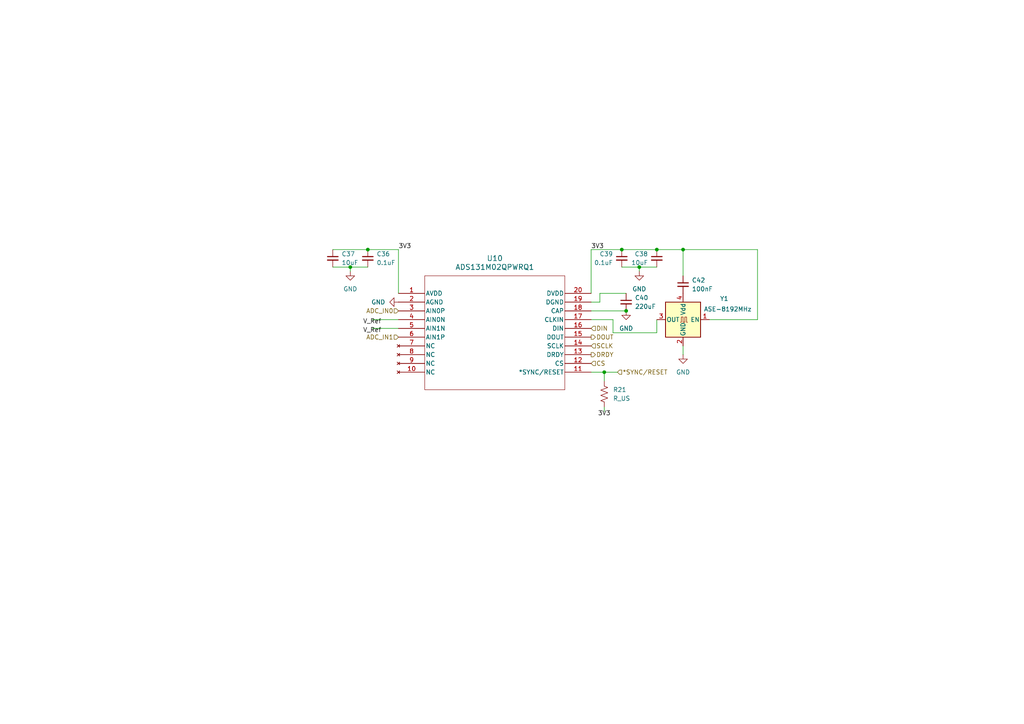
<source format=kicad_sch>
(kicad_sch
	(version 20250114)
	(generator "eeschema")
	(generator_version "9.0")
	(uuid "3fe88011-fee5-4827-a2b0-840206a5963a")
	(paper "A4")
	(lib_symbols
		(symbol "ADS131M02:ADS131M02QPWRQ1"
			(pin_names
				(offset 0.254)
			)
			(exclude_from_sim no)
			(in_bom yes)
			(on_board yes)
			(property "Reference" "U"
				(at 27.94 10.16 0)
				(effects
					(font
						(size 1.524 1.524)
					)
				)
			)
			(property "Value" "ADS131M02QPWRQ1"
				(at 27.94 7.62 0)
				(effects
					(font
						(size 1.524 1.524)
					)
				)
			)
			(property "Footprint" "TSSOP20_PW_TEX"
				(at 0 0 0)
				(effects
					(font
						(size 1.27 1.27)
						(italic yes)
					)
					(hide yes)
				)
			)
			(property "Datasheet" "https://www.ti.com/lit/gpn/ads131m02-q1"
				(at 0 0 0)
				(effects
					(font
						(size 1.27 1.27)
						(italic yes)
					)
					(hide yes)
				)
			)
			(property "Description" ""
				(at 0 0 0)
				(effects
					(font
						(size 1.27 1.27)
					)
					(hide yes)
				)
			)
			(property "ki_locked" ""
				(at 0 0 0)
				(effects
					(font
						(size 1.27 1.27)
					)
				)
			)
			(property "ki_keywords" "ADS131M02QPWRQ1"
				(at 0 0 0)
				(effects
					(font
						(size 1.27 1.27)
					)
					(hide yes)
				)
			)
			(property "ki_fp_filters" "TSSOP20_PW_TEX TSSOP20_PW_TEX-M TSSOP20_PW_TEX-L"
				(at 0 0 0)
				(effects
					(font
						(size 1.27 1.27)
					)
					(hide yes)
				)
			)
			(symbol "ADS131M02QPWRQ1_0_1"
				(polyline
					(pts
						(xy 7.62 5.08) (xy 7.62 -27.94)
					)
					(stroke
						(width 0.127)
						(type default)
					)
					(fill
						(type none)
					)
				)
				(polyline
					(pts
						(xy 7.62 -27.94) (xy 48.26 -27.94)
					)
					(stroke
						(width 0.127)
						(type default)
					)
					(fill
						(type none)
					)
				)
				(polyline
					(pts
						(xy 48.26 5.08) (xy 7.62 5.08)
					)
					(stroke
						(width 0.127)
						(type default)
					)
					(fill
						(type none)
					)
				)
				(polyline
					(pts
						(xy 48.26 -27.94) (xy 48.26 5.08)
					)
					(stroke
						(width 0.127)
						(type default)
					)
					(fill
						(type none)
					)
				)
				(pin power_in line
					(at 0 0 0)
					(length 7.62)
					(name "AVDD"
						(effects
							(font
								(size 1.27 1.27)
							)
						)
					)
					(number "1"
						(effects
							(font
								(size 1.27 1.27)
							)
						)
					)
				)
				(pin power_out line
					(at 0 -2.54 0)
					(length 7.62)
					(name "AGND"
						(effects
							(font
								(size 1.27 1.27)
							)
						)
					)
					(number "2"
						(effects
							(font
								(size 1.27 1.27)
							)
						)
					)
				)
				(pin input line
					(at 0 -5.08 0)
					(length 7.62)
					(name "AIN0P"
						(effects
							(font
								(size 1.27 1.27)
							)
						)
					)
					(number "3"
						(effects
							(font
								(size 1.27 1.27)
							)
						)
					)
				)
				(pin input line
					(at 0 -7.62 0)
					(length 7.62)
					(name "AIN0N"
						(effects
							(font
								(size 1.27 1.27)
							)
						)
					)
					(number "4"
						(effects
							(font
								(size 1.27 1.27)
							)
						)
					)
				)
				(pin input line
					(at 0 -10.16 0)
					(length 7.62)
					(name "AIN1N"
						(effects
							(font
								(size 1.27 1.27)
							)
						)
					)
					(number "5"
						(effects
							(font
								(size 1.27 1.27)
							)
						)
					)
				)
				(pin input line
					(at 0 -12.7 0)
					(length 7.62)
					(name "AIN1P"
						(effects
							(font
								(size 1.27 1.27)
							)
						)
					)
					(number "6"
						(effects
							(font
								(size 1.27 1.27)
							)
						)
					)
				)
				(pin no_connect line
					(at 0 -15.24 0)
					(length 7.62)
					(name "NC"
						(effects
							(font
								(size 1.27 1.27)
							)
						)
					)
					(number "7"
						(effects
							(font
								(size 1.27 1.27)
							)
						)
					)
				)
				(pin no_connect line
					(at 0 -17.78 0)
					(length 7.62)
					(name "NC"
						(effects
							(font
								(size 1.27 1.27)
							)
						)
					)
					(number "8"
						(effects
							(font
								(size 1.27 1.27)
							)
						)
					)
				)
				(pin no_connect line
					(at 0 -20.32 0)
					(length 7.62)
					(name "NC"
						(effects
							(font
								(size 1.27 1.27)
							)
						)
					)
					(number "9"
						(effects
							(font
								(size 1.27 1.27)
							)
						)
					)
				)
				(pin no_connect line
					(at 0 -22.86 0)
					(length 7.62)
					(name "NC"
						(effects
							(font
								(size 1.27 1.27)
							)
						)
					)
					(number "10"
						(effects
							(font
								(size 1.27 1.27)
							)
						)
					)
				)
				(pin bidirectional line
					(at 55.88 0 180)
					(length 7.62)
					(name "DVDD"
						(effects
							(font
								(size 1.27 1.27)
							)
						)
					)
					(number "20"
						(effects
							(font
								(size 1.27 1.27)
							)
						)
					)
				)
				(pin power_out line
					(at 55.88 -2.54 180)
					(length 7.62)
					(name "DGND"
						(effects
							(font
								(size 1.27 1.27)
							)
						)
					)
					(number "19"
						(effects
							(font
								(size 1.27 1.27)
							)
						)
					)
				)
				(pin output line
					(at 55.88 -5.08 180)
					(length 7.62)
					(name "CAP"
						(effects
							(font
								(size 1.27 1.27)
							)
						)
					)
					(number "18"
						(effects
							(font
								(size 1.27 1.27)
							)
						)
					)
				)
				(pin input line
					(at 55.88 -7.62 180)
					(length 7.62)
					(name "CLKIN"
						(effects
							(font
								(size 1.27 1.27)
							)
						)
					)
					(number "17"
						(effects
							(font
								(size 1.27 1.27)
							)
						)
					)
				)
				(pin input line
					(at 55.88 -10.16 180)
					(length 7.62)
					(name "DIN"
						(effects
							(font
								(size 1.27 1.27)
							)
						)
					)
					(number "16"
						(effects
							(font
								(size 1.27 1.27)
							)
						)
					)
				)
				(pin output line
					(at 55.88 -12.7 180)
					(length 7.62)
					(name "DOUT"
						(effects
							(font
								(size 1.27 1.27)
							)
						)
					)
					(number "15"
						(effects
							(font
								(size 1.27 1.27)
							)
						)
					)
				)
				(pin input line
					(at 55.88 -15.24 180)
					(length 7.62)
					(name "SCLK"
						(effects
							(font
								(size 1.27 1.27)
							)
						)
					)
					(number "14"
						(effects
							(font
								(size 1.27 1.27)
							)
						)
					)
				)
				(pin output line
					(at 55.88 -17.78 180)
					(length 7.62)
					(name "DRDY"
						(effects
							(font
								(size 1.27 1.27)
							)
						)
					)
					(number "13"
						(effects
							(font
								(size 1.27 1.27)
							)
						)
					)
				)
				(pin input line
					(at 55.88 -20.32 180)
					(length 7.62)
					(name "CS"
						(effects
							(font
								(size 1.27 1.27)
							)
						)
					)
					(number "12"
						(effects
							(font
								(size 1.27 1.27)
							)
						)
					)
				)
				(pin input line
					(at 55.88 -22.86 180)
					(length 7.62)
					(name "*SYNC/RESET"
						(effects
							(font
								(size 1.27 1.27)
							)
						)
					)
					(number "11"
						(effects
							(font
								(size 1.27 1.27)
							)
						)
					)
				)
			)
			(embedded_fonts no)
		)
		(symbol "Device:C_Small"
			(pin_numbers
				(hide yes)
			)
			(pin_names
				(offset 0.254)
				(hide yes)
			)
			(exclude_from_sim no)
			(in_bom yes)
			(on_board yes)
			(property "Reference" "C"
				(at 0.254 1.778 0)
				(effects
					(font
						(size 1.27 1.27)
					)
					(justify left)
				)
			)
			(property "Value" "C_Small"
				(at 0.254 -2.032 0)
				(effects
					(font
						(size 1.27 1.27)
					)
					(justify left)
				)
			)
			(property "Footprint" ""
				(at 0 0 0)
				(effects
					(font
						(size 1.27 1.27)
					)
					(hide yes)
				)
			)
			(property "Datasheet" "~"
				(at 0 0 0)
				(effects
					(font
						(size 1.27 1.27)
					)
					(hide yes)
				)
			)
			(property "Description" "Unpolarized capacitor, small symbol"
				(at 0 0 0)
				(effects
					(font
						(size 1.27 1.27)
					)
					(hide yes)
				)
			)
			(property "ki_keywords" "capacitor cap"
				(at 0 0 0)
				(effects
					(font
						(size 1.27 1.27)
					)
					(hide yes)
				)
			)
			(property "ki_fp_filters" "C_*"
				(at 0 0 0)
				(effects
					(font
						(size 1.27 1.27)
					)
					(hide yes)
				)
			)
			(symbol "C_Small_0_1"
				(polyline
					(pts
						(xy -1.524 0.508) (xy 1.524 0.508)
					)
					(stroke
						(width 0.3048)
						(type default)
					)
					(fill
						(type none)
					)
				)
				(polyline
					(pts
						(xy -1.524 -0.508) (xy 1.524 -0.508)
					)
					(stroke
						(width 0.3302)
						(type default)
					)
					(fill
						(type none)
					)
				)
			)
			(symbol "C_Small_1_1"
				(pin passive line
					(at 0 2.54 270)
					(length 2.032)
					(name "~"
						(effects
							(font
								(size 1.27 1.27)
							)
						)
					)
					(number "1"
						(effects
							(font
								(size 1.27 1.27)
							)
						)
					)
				)
				(pin passive line
					(at 0 -2.54 90)
					(length 2.032)
					(name "~"
						(effects
							(font
								(size 1.27 1.27)
							)
						)
					)
					(number "2"
						(effects
							(font
								(size 1.27 1.27)
							)
						)
					)
				)
			)
			(embedded_fonts no)
		)
		(symbol "Device:R_US"
			(pin_numbers
				(hide yes)
			)
			(pin_names
				(offset 0)
			)
			(exclude_from_sim no)
			(in_bom yes)
			(on_board yes)
			(property "Reference" "R"
				(at 2.54 0 90)
				(effects
					(font
						(size 1.27 1.27)
					)
				)
			)
			(property "Value" "R_US"
				(at -2.54 0 90)
				(effects
					(font
						(size 1.27 1.27)
					)
				)
			)
			(property "Footprint" ""
				(at 1.016 -0.254 90)
				(effects
					(font
						(size 1.27 1.27)
					)
					(hide yes)
				)
			)
			(property "Datasheet" "~"
				(at 0 0 0)
				(effects
					(font
						(size 1.27 1.27)
					)
					(hide yes)
				)
			)
			(property "Description" "Resistor, US symbol"
				(at 0 0 0)
				(effects
					(font
						(size 1.27 1.27)
					)
					(hide yes)
				)
			)
			(property "ki_keywords" "R res resistor"
				(at 0 0 0)
				(effects
					(font
						(size 1.27 1.27)
					)
					(hide yes)
				)
			)
			(property "ki_fp_filters" "R_*"
				(at 0 0 0)
				(effects
					(font
						(size 1.27 1.27)
					)
					(hide yes)
				)
			)
			(symbol "R_US_0_1"
				(polyline
					(pts
						(xy 0 2.286) (xy 0 2.54)
					)
					(stroke
						(width 0)
						(type default)
					)
					(fill
						(type none)
					)
				)
				(polyline
					(pts
						(xy 0 2.286) (xy 1.016 1.905) (xy 0 1.524) (xy -1.016 1.143) (xy 0 0.762)
					)
					(stroke
						(width 0)
						(type default)
					)
					(fill
						(type none)
					)
				)
				(polyline
					(pts
						(xy 0 0.762) (xy 1.016 0.381) (xy 0 0) (xy -1.016 -0.381) (xy 0 -0.762)
					)
					(stroke
						(width 0)
						(type default)
					)
					(fill
						(type none)
					)
				)
				(polyline
					(pts
						(xy 0 -0.762) (xy 1.016 -1.143) (xy 0 -1.524) (xy -1.016 -1.905) (xy 0 -2.286)
					)
					(stroke
						(width 0)
						(type default)
					)
					(fill
						(type none)
					)
				)
				(polyline
					(pts
						(xy 0 -2.286) (xy 0 -2.54)
					)
					(stroke
						(width 0)
						(type default)
					)
					(fill
						(type none)
					)
				)
			)
			(symbol "R_US_1_1"
				(pin passive line
					(at 0 3.81 270)
					(length 1.27)
					(name "~"
						(effects
							(font
								(size 1.27 1.27)
							)
						)
					)
					(number "1"
						(effects
							(font
								(size 1.27 1.27)
							)
						)
					)
				)
				(pin passive line
					(at 0 -3.81 90)
					(length 1.27)
					(name "~"
						(effects
							(font
								(size 1.27 1.27)
							)
						)
					)
					(number "2"
						(effects
							(font
								(size 1.27 1.27)
							)
						)
					)
				)
			)
			(embedded_fonts no)
		)
		(symbol "Oscillator:ASE-xxxMHz"
			(pin_names
				(offset 0.254)
			)
			(exclude_from_sim no)
			(in_bom yes)
			(on_board yes)
			(property "Reference" "Y"
				(at -5.08 6.35 0)
				(effects
					(font
						(size 1.27 1.27)
					)
					(justify left)
				)
			)
			(property "Value" "ASE-xxxMHz"
				(at 1.27 -6.35 0)
				(effects
					(font
						(size 1.27 1.27)
					)
					(justify left)
				)
			)
			(property "Footprint" "Oscillator:Oscillator_SMD_Abracon_ASE-4Pin_3.2x2.5mm"
				(at 17.78 -8.89 0)
				(effects
					(font
						(size 1.27 1.27)
					)
					(hide yes)
				)
			)
			(property "Datasheet" "http://www.abracon.com/Oscillators/ASV.pdf"
				(at -2.54 0 0)
				(effects
					(font
						(size 1.27 1.27)
					)
					(hide yes)
				)
			)
			(property "Description" "3.3V CMOS SMD Crystal Clock Oscillator, Abracon"
				(at 0 0 0)
				(effects
					(font
						(size 1.27 1.27)
					)
					(hide yes)
				)
			)
			(property "ki_keywords" "3.3V CMOS SMD Crystal Clock Oscillator"
				(at 0 0 0)
				(effects
					(font
						(size 1.27 1.27)
					)
					(hide yes)
				)
			)
			(property "ki_fp_filters" "Oscillator*SMD*Abracon*ASE*3.2x2.5mm*"
				(at 0 0 0)
				(effects
					(font
						(size 1.27 1.27)
					)
					(hide yes)
				)
			)
			(symbol "ASE-xxxMHz_0_1"
				(rectangle
					(start -5.08 5.08)
					(end 5.08 -5.08)
					(stroke
						(width 0.254)
						(type default)
					)
					(fill
						(type background)
					)
				)
				(polyline
					(pts
						(xy -1.27 -0.762) (xy -1.016 -0.762) (xy -1.016 0.762) (xy -0.508 0.762) (xy -0.508 -0.762) (xy 0 -0.762)
						(xy 0 0.762) (xy 0.508 0.762) (xy 0.508 -0.762) (xy 0.762 -0.762)
					)
					(stroke
						(width 0)
						(type default)
					)
					(fill
						(type none)
					)
				)
			)
			(symbol "ASE-xxxMHz_1_1"
				(pin input line
					(at -7.62 0 0)
					(length 2.54)
					(name "EN"
						(effects
							(font
								(size 1.27 1.27)
							)
						)
					)
					(number "1"
						(effects
							(font
								(size 1.27 1.27)
							)
						)
					)
				)
				(pin power_in line
					(at 0 7.62 270)
					(length 2.54)
					(name "Vdd"
						(effects
							(font
								(size 1.27 1.27)
							)
						)
					)
					(number "4"
						(effects
							(font
								(size 1.27 1.27)
							)
						)
					)
				)
				(pin power_in line
					(at 0 -7.62 90)
					(length 2.54)
					(name "GND"
						(effects
							(font
								(size 1.27 1.27)
							)
						)
					)
					(number "2"
						(effects
							(font
								(size 1.27 1.27)
							)
						)
					)
				)
				(pin output line
					(at 7.62 0 180)
					(length 2.54)
					(name "OUT"
						(effects
							(font
								(size 1.27 1.27)
							)
						)
					)
					(number "3"
						(effects
							(font
								(size 1.27 1.27)
							)
						)
					)
				)
			)
			(embedded_fonts no)
		)
		(symbol "power:GND"
			(power)
			(pin_numbers
				(hide yes)
			)
			(pin_names
				(offset 0)
				(hide yes)
			)
			(exclude_from_sim no)
			(in_bom yes)
			(on_board yes)
			(property "Reference" "#PWR"
				(at 0 -6.35 0)
				(effects
					(font
						(size 1.27 1.27)
					)
					(hide yes)
				)
			)
			(property "Value" "GND"
				(at 0 -3.81 0)
				(effects
					(font
						(size 1.27 1.27)
					)
				)
			)
			(property "Footprint" ""
				(at 0 0 0)
				(effects
					(font
						(size 1.27 1.27)
					)
					(hide yes)
				)
			)
			(property "Datasheet" ""
				(at 0 0 0)
				(effects
					(font
						(size 1.27 1.27)
					)
					(hide yes)
				)
			)
			(property "Description" "Power symbol creates a global label with name \"GND\" , ground"
				(at 0 0 0)
				(effects
					(font
						(size 1.27 1.27)
					)
					(hide yes)
				)
			)
			(property "ki_keywords" "global power"
				(at 0 0 0)
				(effects
					(font
						(size 1.27 1.27)
					)
					(hide yes)
				)
			)
			(symbol "GND_0_1"
				(polyline
					(pts
						(xy 0 0) (xy 0 -1.27) (xy 1.27 -1.27) (xy 0 -2.54) (xy -1.27 -1.27) (xy 0 -1.27)
					)
					(stroke
						(width 0)
						(type default)
					)
					(fill
						(type none)
					)
				)
			)
			(symbol "GND_1_1"
				(pin power_in line
					(at 0 0 270)
					(length 0)
					(name "~"
						(effects
							(font
								(size 1.27 1.27)
							)
						)
					)
					(number "1"
						(effects
							(font
								(size 1.27 1.27)
							)
						)
					)
				)
			)
			(embedded_fonts no)
		)
	)
	(junction
		(at 185.42 77.47)
		(diameter 0)
		(color 0 0 0 0)
		(uuid "12d785b2-5408-4d91-885c-9dc6d8ccf4f8")
	)
	(junction
		(at 175.26 107.95)
		(diameter 0)
		(color 0 0 0 0)
		(uuid "49382a89-0f9d-4450-b915-7ac76cce2b5f")
	)
	(junction
		(at 106.68 72.39)
		(diameter 0)
		(color 0 0 0 0)
		(uuid "56d91f29-0a52-49e1-8253-08580e9afb62")
	)
	(junction
		(at 101.6 77.47)
		(diameter 0)
		(color 0 0 0 0)
		(uuid "5dbdd957-6798-4a2d-beb6-d6e588d6f92c")
	)
	(junction
		(at 198.12 72.39)
		(diameter 0)
		(color 0 0 0 0)
		(uuid "afc87130-5356-4bd2-97e9-517cddc9b4e1")
	)
	(junction
		(at 180.34 72.39)
		(diameter 0)
		(color 0 0 0 0)
		(uuid "c244e4d9-3fe7-49af-8c04-2722056fdd6d")
	)
	(junction
		(at 190.5 72.39)
		(diameter 0)
		(color 0 0 0 0)
		(uuid "f1d9bdb4-1799-47ab-a8d8-931a01802b96")
	)
	(junction
		(at 181.61 90.17)
		(diameter 0)
		(color 0 0 0 0)
		(uuid "f7308791-6651-4cf8-82f4-5cd5d7756e01")
	)
	(wire
		(pts
			(xy 107.95 92.71) (xy 115.57 92.71)
		)
		(stroke
			(width 0)
			(type default)
		)
		(uuid "02d80675-d89c-4843-b233-b9b74781f1b8")
	)
	(wire
		(pts
			(xy 115.57 72.39) (xy 115.57 85.09)
		)
		(stroke
			(width 0)
			(type default)
		)
		(uuid "06d95aba-f819-419f-8e96-c05d7efcaf4e")
	)
	(wire
		(pts
			(xy 190.5 96.52) (xy 177.8 96.52)
		)
		(stroke
			(width 0)
			(type default)
		)
		(uuid "097fadec-02ad-40a1-8a11-ee5e4e904ce7")
	)
	(wire
		(pts
			(xy 175.26 107.95) (xy 171.45 107.95)
		)
		(stroke
			(width 0)
			(type default)
		)
		(uuid "09e5bd8c-e091-4651-b4fa-527bb7136605")
	)
	(wire
		(pts
			(xy 175.26 119.38) (xy 175.26 118.11)
		)
		(stroke
			(width 0)
			(type default)
		)
		(uuid "0c1ecfe9-7ac9-4330-8c67-d7a575485172")
	)
	(wire
		(pts
			(xy 190.5 77.47) (xy 185.42 77.47)
		)
		(stroke
			(width 0)
			(type default)
		)
		(uuid "0c9c85f3-37ec-4af8-86ba-288394369de5")
	)
	(wire
		(pts
			(xy 198.12 72.39) (xy 219.71 72.39)
		)
		(stroke
			(width 0)
			(type default)
		)
		(uuid "124c4d07-676c-4ce5-beae-94146bf9df01")
	)
	(wire
		(pts
			(xy 171.45 87.63) (xy 173.99 87.63)
		)
		(stroke
			(width 0)
			(type default)
		)
		(uuid "1d223ad5-c81d-40d6-960f-78c8beaa64ba")
	)
	(wire
		(pts
			(xy 101.6 77.47) (xy 101.6 78.74)
		)
		(stroke
			(width 0)
			(type default)
		)
		(uuid "1f34539e-4f9f-4874-ad47-fe14c02dc0e9")
	)
	(wire
		(pts
			(xy 198.12 80.01) (xy 198.12 72.39)
		)
		(stroke
			(width 0)
			(type default)
		)
		(uuid "289c43f7-07b5-46e9-985a-f7462a68298b")
	)
	(wire
		(pts
			(xy 171.45 90.17) (xy 181.61 90.17)
		)
		(stroke
			(width 0)
			(type default)
		)
		(uuid "2c285445-9a41-49aa-a921-c9748c60e9dd")
	)
	(wire
		(pts
			(xy 185.42 77.47) (xy 185.42 78.74)
		)
		(stroke
			(width 0)
			(type default)
		)
		(uuid "319289ae-fee4-4276-a914-f25e102237e9")
	)
	(wire
		(pts
			(xy 190.5 92.71) (xy 190.5 96.52)
		)
		(stroke
			(width 0)
			(type default)
		)
		(uuid "351e0f1d-3e4a-43cf-82c3-568ece2b24e9")
	)
	(wire
		(pts
			(xy 190.5 72.39) (xy 180.34 72.39)
		)
		(stroke
			(width 0)
			(type default)
		)
		(uuid "40e4b767-24b7-409c-853a-a95442557063")
	)
	(wire
		(pts
			(xy 106.68 72.39) (xy 115.57 72.39)
		)
		(stroke
			(width 0)
			(type default)
		)
		(uuid "5a3f9c17-d1b0-4a85-8164-acc05564682d")
	)
	(wire
		(pts
			(xy 185.42 77.47) (xy 180.34 77.47)
		)
		(stroke
			(width 0)
			(type default)
		)
		(uuid "5b07f52f-2767-4b9a-a4fc-5a4929062789")
	)
	(wire
		(pts
			(xy 179.07 107.95) (xy 175.26 107.95)
		)
		(stroke
			(width 0)
			(type default)
		)
		(uuid "5c121d5f-78e5-451d-86b4-9fe41ea804bc")
	)
	(wire
		(pts
			(xy 219.71 92.71) (xy 219.71 72.39)
		)
		(stroke
			(width 0)
			(type default)
		)
		(uuid "774c67ae-ec32-49c1-a70f-40afe10ce7f9")
	)
	(wire
		(pts
			(xy 171.45 92.71) (xy 177.8 92.71)
		)
		(stroke
			(width 0)
			(type default)
		)
		(uuid "7e628b41-4c8d-489c-afe6-39d772d837fa")
	)
	(wire
		(pts
			(xy 177.8 96.52) (xy 177.8 92.71)
		)
		(stroke
			(width 0)
			(type default)
		)
		(uuid "90cc244b-4d9f-4c64-84d9-9162bc5dddae")
	)
	(wire
		(pts
			(xy 96.52 72.39) (xy 106.68 72.39)
		)
		(stroke
			(width 0)
			(type default)
		)
		(uuid "9522b076-f52e-4243-adde-7c73a2d96af3")
	)
	(wire
		(pts
			(xy 101.6 77.47) (xy 106.68 77.47)
		)
		(stroke
			(width 0)
			(type default)
		)
		(uuid "a03ba06e-e592-48ee-845b-80d93ef1874d")
	)
	(wire
		(pts
			(xy 175.26 107.95) (xy 175.26 110.49)
		)
		(stroke
			(width 0)
			(type default)
		)
		(uuid "a6afb503-87df-4de8-aa96-7a9964f729d6")
	)
	(wire
		(pts
			(xy 173.99 85.09) (xy 181.61 85.09)
		)
		(stroke
			(width 0)
			(type default)
		)
		(uuid "a8065f5f-acfe-4063-9642-568e13d816b3")
	)
	(wire
		(pts
			(xy 180.34 72.39) (xy 171.45 72.39)
		)
		(stroke
			(width 0)
			(type default)
		)
		(uuid "ad7db67d-cf2c-4119-aaa3-4c1f0fd45a74")
	)
	(wire
		(pts
			(xy 96.52 77.47) (xy 101.6 77.47)
		)
		(stroke
			(width 0)
			(type default)
		)
		(uuid "af43fb62-2c37-49bd-a387-93571e483242")
	)
	(wire
		(pts
			(xy 190.5 72.39) (xy 198.12 72.39)
		)
		(stroke
			(width 0)
			(type default)
		)
		(uuid "b9a2c20c-246c-44a7-9bc9-694e6990a8b1")
	)
	(wire
		(pts
			(xy 171.45 72.39) (xy 171.45 85.09)
		)
		(stroke
			(width 0)
			(type default)
		)
		(uuid "c675e0c2-2684-4c41-9f3d-ac6f9655e835")
	)
	(wire
		(pts
			(xy 107.95 95.25) (xy 115.57 95.25)
		)
		(stroke
			(width 0)
			(type default)
		)
		(uuid "d5b1288c-4499-4d8c-b72b-5d464a3ffc24")
	)
	(wire
		(pts
			(xy 198.12 100.33) (xy 198.12 102.87)
		)
		(stroke
			(width 0)
			(type default)
		)
		(uuid "f47b933a-6e64-4bd5-bbe6-38e23afb8597")
	)
	(wire
		(pts
			(xy 173.99 87.63) (xy 173.99 85.09)
		)
		(stroke
			(width 0)
			(type default)
		)
		(uuid "f5e56fa9-3e06-4842-9765-d4490ffe6865")
	)
	(wire
		(pts
			(xy 205.74 92.71) (xy 219.71 92.71)
		)
		(stroke
			(width 0)
			(type default)
		)
		(uuid "f7160e52-6d49-4252-92b1-e15177577a23")
	)
	(label "3V3"
		(at 175.26 119.38 0)
		(effects
			(font
				(size 1.27 1.27)
			)
			(justify top)
		)
		(uuid "3246e419-8f10-493b-963c-2950d07ac998")
	)
	(label "3V3"
		(at 171.45 72.39 0)
		(effects
			(font
				(size 1.27 1.27)
			)
			(justify left bottom)
		)
		(uuid "8c73c588-ec5b-4427-849b-bd50930de6cc")
	)
	(label "V_Ref"
		(at 107.95 95.25 0)
		(effects
			(font
				(size 1.27 1.27)
			)
			(justify top)
		)
		(uuid "967fbdbd-a7c6-42bd-829b-5b5e3937b74a")
	)
	(label "3V3"
		(at 115.57 72.39 0)
		(effects
			(font
				(size 1.27 1.27)
			)
			(justify left bottom)
		)
		(uuid "9a0c998c-c175-4724-8387-65cd55ffc1e0")
	)
	(label "V_Ref"
		(at 107.95 92.71 0)
		(effects
			(font
				(size 1.27 1.27)
			)
			(justify top)
		)
		(uuid "bb8ff7dd-0c04-4cfd-9e74-5e82cc4e4c5e")
	)
	(hierarchical_label "DIN"
		(shape input)
		(at 171.45 95.25 0)
		(effects
			(font
				(size 1.27 1.27)
			)
			(justify left)
		)
		(uuid "0a50769b-54f7-47c8-8317-f7b3d2dda412")
	)
	(hierarchical_label "CS"
		(shape input)
		(at 171.45 105.41 0)
		(effects
			(font
				(size 1.27 1.27)
			)
			(justify left)
		)
		(uuid "2b1054ba-3eb8-45fe-841a-ec6cf801729d")
	)
	(hierarchical_label "SCLK"
		(shape input)
		(at 171.45 100.33 0)
		(effects
			(font
				(size 1.27 1.27)
			)
			(justify left)
		)
		(uuid "36b3f8a8-52cf-4e92-8e6d-0eb7f7bda135")
	)
	(hierarchical_label "DOUT"
		(shape output)
		(at 171.45 97.79 0)
		(effects
			(font
				(size 1.27 1.27)
			)
			(justify left)
		)
		(uuid "61668964-8f39-4fbf-8190-ded0e9b264eb")
	)
	(hierarchical_label "DRDY"
		(shape output)
		(at 171.45 102.87 0)
		(effects
			(font
				(size 1.27 1.27)
			)
			(justify left)
		)
		(uuid "88cf6479-2ed3-4654-8b24-69451be20436")
	)
	(hierarchical_label "ADC_IN0"
		(shape input)
		(at 115.57 90.17 180)
		(effects
			(font
				(size 1.27 1.27)
			)
			(justify right)
		)
		(uuid "a3be8e32-1fe3-4c3f-a6a1-a7c70b47602d")
	)
	(hierarchical_label "*SYNC{slash}RESET"
		(shape input)
		(at 179.07 107.95 0)
		(effects
			(font
				(size 1.27 1.27)
			)
			(justify left)
		)
		(uuid "b511ebee-74e4-49b5-9ffc-a87446dc6c87")
	)
	(hierarchical_label "ADC_IN1"
		(shape input)
		(at 115.57 97.79 180)
		(effects
			(font
				(size 1.27 1.27)
			)
			(justify right)
		)
		(uuid "f80ae360-9119-4231-a241-1abd022c469e")
	)
	(symbol
		(lib_id "Oscillator:ASE-xxxMHz")
		(at 198.12 92.71 0)
		(mirror y)
		(unit 1)
		(exclude_from_sim no)
		(in_bom yes)
		(on_board yes)
		(dnp no)
		(uuid "21bb3bea-f870-47ab-889c-98a68a1d1a39")
		(property "Reference" "Y1"
			(at 210.058 86.614 0)
			(effects
				(font
					(size 1.27 1.27)
				)
			)
		)
		(property "Value" "ASE-8192MHz"
			(at 211.074 89.662 0)
			(effects
				(font
					(size 1.27 1.27)
				)
			)
		)
		(property "Footprint" "Oscillator:Oscillator_SMD_Abracon_ASE-4Pin_3.2x2.5mm"
			(at 180.34 101.6 0)
			(effects
				(font
					(size 1.27 1.27)
				)
				(hide yes)
			)
		)
		(property "Datasheet" "http://www.abracon.com/Oscillators/ASV.pdf"
			(at 200.66 92.71 0)
			(effects
				(font
					(size 1.27 1.27)
				)
				(hide yes)
			)
		)
		(property "Description" "3.3V CMOS SMD Crystal Clock Oscillator, Abracon"
			(at 198.12 92.71 0)
			(effects
				(font
					(size 1.27 1.27)
				)
				(hide yes)
			)
		)
		(pin "4"
			(uuid "c58ee965-4709-4510-a9f7-d3d84b1bde8f")
		)
		(pin "2"
			(uuid "c05b8c44-4678-45b8-b019-0415434a86e5")
		)
		(pin "1"
			(uuid "9c5aaad8-20d2-4999-ac00-f0967ac08f81")
		)
		(pin "3"
			(uuid "c84c7ab3-55b8-4f96-8061-ea5e4af42a49")
		)
		(instances
			(project ""
				(path "/579d630a-a692-42b0-a835-d94d6bbce88d/9f4e6478-efb2-42bd-99c7-60a916513896"
					(reference "Y1")
					(unit 1)
				)
			)
		)
	)
	(symbol
		(lib_id "ADS131M02:ADS131M02QPWRQ1")
		(at 115.57 85.09 0)
		(unit 1)
		(exclude_from_sim no)
		(in_bom yes)
		(on_board yes)
		(dnp no)
		(fields_autoplaced yes)
		(uuid "2e00edef-bc45-4003-84f8-c93797555692")
		(property "Reference" "U10"
			(at 143.51 74.93 0)
			(effects
				(font
					(size 1.524 1.524)
				)
			)
		)
		(property "Value" "ADS131M02QPWRQ1"
			(at 143.51 77.47 0)
			(effects
				(font
					(size 1.524 1.524)
				)
			)
		)
		(property "Footprint" "TSSOP20_PW_TEX"
			(at 115.57 85.09 0)
			(effects
				(font
					(size 1.27 1.27)
					(italic yes)
				)
				(hide yes)
			)
		)
		(property "Datasheet" "https://www.ti.com/lit/gpn/ads131m02-q1"
			(at 115.57 85.09 0)
			(effects
				(font
					(size 1.27 1.27)
					(italic yes)
				)
				(hide yes)
			)
		)
		(property "Description" ""
			(at 115.57 85.09 0)
			(effects
				(font
					(size 1.27 1.27)
				)
				(hide yes)
			)
		)
		(pin "1"
			(uuid "15f7d7a0-e5d0-4aca-8dc3-4d082be92d08")
		)
		(pin "6"
			(uuid "590e0793-f087-4a90-8055-1a46fbfb01d1")
		)
		(pin "20"
			(uuid "95c50a26-9437-4090-b4e8-e30d93742075")
		)
		(pin "10"
			(uuid "d4878c8a-f699-4633-8bb2-d205e23b6d96")
		)
		(pin "18"
			(uuid "75f19715-204e-4358-9ffa-75591a411c38")
		)
		(pin "3"
			(uuid "98f52aba-2f9e-46d8-8a2e-331d2eebbf97")
		)
		(pin "19"
			(uuid "f8e2df3d-49fb-48d0-ab8f-e9d491f8f53b")
		)
		(pin "8"
			(uuid "8755fea7-1fb2-4873-892d-52f2d1ff857f")
		)
		(pin "7"
			(uuid "33e997dd-a9ab-4438-8a3e-234c0d912171")
		)
		(pin "9"
			(uuid "e50cc9d4-76c1-454a-bada-23dfbfb64dcf")
		)
		(pin "15"
			(uuid "4c2c6383-d43d-471d-a332-6dd170eaff2a")
		)
		(pin "11"
			(uuid "2c0a03b1-2336-4b76-88cc-5d6d8b404a4b")
		)
		(pin "2"
			(uuid "6e3703d5-a103-4da6-b389-5f60dfac28bb")
		)
		(pin "16"
			(uuid "619c4406-a4ee-4536-bf64-9d4b53ea0e44")
		)
		(pin "4"
			(uuid "45582b6a-d86a-42b0-8255-b511c7768e2d")
		)
		(pin "5"
			(uuid "77a19b25-158e-4746-a509-3032e87de0f5")
		)
		(pin "13"
			(uuid "545bae1b-a0a3-495c-b4a9-e18ed2e6408e")
		)
		(pin "12"
			(uuid "ae6d6f29-061d-4c33-8529-3f915e651e88")
		)
		(pin "17"
			(uuid "4e5c0f2a-6bf0-41ed-9a7b-fc0f64e6616e")
		)
		(pin "14"
			(uuid "c7007b0d-789a-4fda-93c8-d57b26cc24d4")
		)
		(instances
			(project ""
				(path "/579d630a-a692-42b0-a835-d94d6bbce88d/9f4e6478-efb2-42bd-99c7-60a916513896"
					(reference "U10")
					(unit 1)
				)
			)
		)
	)
	(symbol
		(lib_id "Device:C_Small")
		(at 181.61 87.63 0)
		(mirror y)
		(unit 1)
		(exclude_from_sim no)
		(in_bom yes)
		(on_board yes)
		(dnp no)
		(uuid "2ed20022-9a4e-4000-b3d4-b768ea9f1719")
		(property "Reference" "C40"
			(at 184.15 86.3662 0)
			(effects
				(font
					(size 1.27 1.27)
				)
				(justify right)
			)
		)
		(property "Value" "220uF"
			(at 184.15 88.9062 0)
			(effects
				(font
					(size 1.27 1.27)
				)
				(justify right)
			)
		)
		(property "Footprint" ""
			(at 181.61 87.63 0)
			(effects
				(font
					(size 1.27 1.27)
				)
				(hide yes)
			)
		)
		(property "Datasheet" "~"
			(at 181.61 87.63 0)
			(effects
				(font
					(size 1.27 1.27)
				)
				(hide yes)
			)
		)
		(property "Description" "Unpolarized capacitor, small symbol"
			(at 181.61 87.63 0)
			(effects
				(font
					(size 1.27 1.27)
				)
				(hide yes)
			)
		)
		(pin "1"
			(uuid "ca7eca33-04ec-48c5-b051-0380ae2e02fa")
		)
		(pin "2"
			(uuid "ac098702-50f6-4d1c-a7da-77e61035b9c9")
		)
		(instances
			(project "AXON_V1"
				(path "/579d630a-a692-42b0-a835-d94d6bbce88d/9f4e6478-efb2-42bd-99c7-60a916513896"
					(reference "C40")
					(unit 1)
				)
			)
		)
	)
	(symbol
		(lib_id "Device:R_US")
		(at 175.26 114.3 0)
		(unit 1)
		(exclude_from_sim no)
		(in_bom yes)
		(on_board yes)
		(dnp no)
		(fields_autoplaced yes)
		(uuid "4584f3ce-9b05-46ff-b22f-da9d6b074512")
		(property "Reference" "R21"
			(at 177.8 113.0299 0)
			(effects
				(font
					(size 1.27 1.27)
				)
				(justify left)
			)
		)
		(property "Value" "R_US"
			(at 177.8 115.5699 0)
			(effects
				(font
					(size 1.27 1.27)
				)
				(justify left)
			)
		)
		(property "Footprint" ""
			(at 176.276 114.554 90)
			(effects
				(font
					(size 1.27 1.27)
				)
				(hide yes)
			)
		)
		(property "Datasheet" "~"
			(at 175.26 114.3 0)
			(effects
				(font
					(size 1.27 1.27)
				)
				(hide yes)
			)
		)
		(property "Description" "Resistor, US symbol"
			(at 175.26 114.3 0)
			(effects
				(font
					(size 1.27 1.27)
				)
				(hide yes)
			)
		)
		(pin "2"
			(uuid "ec169fe5-af1d-46c1-826d-fdfd5b055e84")
		)
		(pin "1"
			(uuid "dd3b95d9-15bf-4d72-aafb-f811d678a321")
		)
		(instances
			(project ""
				(path "/579d630a-a692-42b0-a835-d94d6bbce88d/9f4e6478-efb2-42bd-99c7-60a916513896"
					(reference "R21")
					(unit 1)
				)
			)
		)
	)
	(symbol
		(lib_id "power:GND")
		(at 185.42 78.74 0)
		(mirror y)
		(unit 1)
		(exclude_from_sim no)
		(in_bom yes)
		(on_board yes)
		(dnp no)
		(fields_autoplaced yes)
		(uuid "4de38079-ffdf-40fb-ac1b-71e3f1a08f10")
		(property "Reference" "#PWR014"
			(at 185.42 85.09 0)
			(effects
				(font
					(size 1.27 1.27)
				)
				(hide yes)
			)
		)
		(property "Value" "GND"
			(at 185.42 83.82 0)
			(effects
				(font
					(size 1.27 1.27)
				)
			)
		)
		(property "Footprint" ""
			(at 185.42 78.74 0)
			(effects
				(font
					(size 1.27 1.27)
				)
				(hide yes)
			)
		)
		(property "Datasheet" ""
			(at 185.42 78.74 0)
			(effects
				(font
					(size 1.27 1.27)
				)
				(hide yes)
			)
		)
		(property "Description" "Power symbol creates a global label with name \"GND\" , ground"
			(at 185.42 78.74 0)
			(effects
				(font
					(size 1.27 1.27)
				)
				(hide yes)
			)
		)
		(pin "1"
			(uuid "1561e683-c757-49ac-aa63-9bad01728fb7")
		)
		(instances
			(project "AXON_V1"
				(path "/579d630a-a692-42b0-a835-d94d6bbce88d/9f4e6478-efb2-42bd-99c7-60a916513896"
					(reference "#PWR014")
					(unit 1)
				)
			)
		)
	)
	(symbol
		(lib_id "Device:C_Small")
		(at 106.68 74.93 0)
		(unit 1)
		(exclude_from_sim no)
		(in_bom yes)
		(on_board yes)
		(dnp no)
		(fields_autoplaced yes)
		(uuid "54673ec1-82f8-47c7-8065-6c94896d8d90")
		(property "Reference" "C36"
			(at 109.22 73.6662 0)
			(effects
				(font
					(size 1.27 1.27)
				)
				(justify left)
			)
		)
		(property "Value" "0.1uF"
			(at 109.22 76.2062 0)
			(effects
				(font
					(size 1.27 1.27)
				)
				(justify left)
			)
		)
		(property "Footprint" ""
			(at 106.68 74.93 0)
			(effects
				(font
					(size 1.27 1.27)
				)
				(hide yes)
			)
		)
		(property "Datasheet" "~"
			(at 106.68 74.93 0)
			(effects
				(font
					(size 1.27 1.27)
				)
				(hide yes)
			)
		)
		(property "Description" "Unpolarized capacitor, small symbol"
			(at 106.68 74.93 0)
			(effects
				(font
					(size 1.27 1.27)
				)
				(hide yes)
			)
		)
		(pin "1"
			(uuid "21c3e7e5-88eb-451f-97e4-a86ca0825067")
		)
		(pin "2"
			(uuid "43684a64-5aa2-4232-9559-7d7dc74c91e1")
		)
		(instances
			(project ""
				(path "/579d630a-a692-42b0-a835-d94d6bbce88d/9f4e6478-efb2-42bd-99c7-60a916513896"
					(reference "C36")
					(unit 1)
				)
			)
		)
	)
	(symbol
		(lib_id "power:GND")
		(at 181.61 90.17 0)
		(unit 1)
		(exclude_from_sim no)
		(in_bom yes)
		(on_board yes)
		(dnp no)
		(fields_autoplaced yes)
		(uuid "55f6ff93-8155-425f-8bea-361b1642bdbd")
		(property "Reference" "#PWR017"
			(at 181.61 96.52 0)
			(effects
				(font
					(size 1.27 1.27)
				)
				(hide yes)
			)
		)
		(property "Value" "GND"
			(at 181.61 95.25 0)
			(effects
				(font
					(size 1.27 1.27)
				)
			)
		)
		(property "Footprint" ""
			(at 181.61 90.17 0)
			(effects
				(font
					(size 1.27 1.27)
				)
				(hide yes)
			)
		)
		(property "Datasheet" ""
			(at 181.61 90.17 0)
			(effects
				(font
					(size 1.27 1.27)
				)
				(hide yes)
			)
		)
		(property "Description" "Power symbol creates a global label with name \"GND\" , ground"
			(at 181.61 90.17 0)
			(effects
				(font
					(size 1.27 1.27)
				)
				(hide yes)
			)
		)
		(pin "1"
			(uuid "394f51f5-31c7-403a-ae35-59a36c906afd")
		)
		(instances
			(project ""
				(path "/579d630a-a692-42b0-a835-d94d6bbce88d/9f4e6478-efb2-42bd-99c7-60a916513896"
					(reference "#PWR017")
					(unit 1)
				)
			)
		)
	)
	(symbol
		(lib_id "power:GND")
		(at 198.12 102.87 0)
		(unit 1)
		(exclude_from_sim no)
		(in_bom yes)
		(on_board yes)
		(dnp no)
		(fields_autoplaced yes)
		(uuid "66f75c67-6033-42f4-8e20-833768dd0eb5")
		(property "Reference" "#PWR018"
			(at 198.12 109.22 0)
			(effects
				(font
					(size 1.27 1.27)
				)
				(hide yes)
			)
		)
		(property "Value" "GND"
			(at 198.12 107.95 0)
			(effects
				(font
					(size 1.27 1.27)
				)
			)
		)
		(property "Footprint" ""
			(at 198.12 102.87 0)
			(effects
				(font
					(size 1.27 1.27)
				)
				(hide yes)
			)
		)
		(property "Datasheet" ""
			(at 198.12 102.87 0)
			(effects
				(font
					(size 1.27 1.27)
				)
				(hide yes)
			)
		)
		(property "Description" "Power symbol creates a global label with name \"GND\" , ground"
			(at 198.12 102.87 0)
			(effects
				(font
					(size 1.27 1.27)
				)
				(hide yes)
			)
		)
		(pin "1"
			(uuid "06170349-3a55-418c-b2ec-00ba8d0ae494")
		)
		(instances
			(project ""
				(path "/579d630a-a692-42b0-a835-d94d6bbce88d/9f4e6478-efb2-42bd-99c7-60a916513896"
					(reference "#PWR018")
					(unit 1)
				)
			)
		)
	)
	(symbol
		(lib_id "power:GND")
		(at 101.6 78.74 0)
		(unit 1)
		(exclude_from_sim no)
		(in_bom yes)
		(on_board yes)
		(dnp no)
		(fields_autoplaced yes)
		(uuid "979136da-8c17-40ec-b551-a5e9441a86c4")
		(property "Reference" "#PWR013"
			(at 101.6 85.09 0)
			(effects
				(font
					(size 1.27 1.27)
				)
				(hide yes)
			)
		)
		(property "Value" "GND"
			(at 101.6 83.82 0)
			(effects
				(font
					(size 1.27 1.27)
				)
			)
		)
		(property "Footprint" ""
			(at 101.6 78.74 0)
			(effects
				(font
					(size 1.27 1.27)
				)
				(hide yes)
			)
		)
		(property "Datasheet" ""
			(at 101.6 78.74 0)
			(effects
				(font
					(size 1.27 1.27)
				)
				(hide yes)
			)
		)
		(property "Description" "Power symbol creates a global label with name \"GND\" , ground"
			(at 101.6 78.74 0)
			(effects
				(font
					(size 1.27 1.27)
				)
				(hide yes)
			)
		)
		(pin "1"
			(uuid "b1a09c7a-a707-477a-9209-d71037f249ac")
		)
		(instances
			(project ""
				(path "/579d630a-a692-42b0-a835-d94d6bbce88d/9f4e6478-efb2-42bd-99c7-60a916513896"
					(reference "#PWR013")
					(unit 1)
				)
			)
		)
	)
	(symbol
		(lib_id "Device:C_Small")
		(at 96.52 74.93 0)
		(unit 1)
		(exclude_from_sim no)
		(in_bom yes)
		(on_board yes)
		(dnp no)
		(fields_autoplaced yes)
		(uuid "a6efa691-7a21-438d-b545-dc7c3bd7ae1f")
		(property "Reference" "C37"
			(at 99.06 73.6662 0)
			(effects
				(font
					(size 1.27 1.27)
				)
				(justify left)
			)
		)
		(property "Value" "10uF"
			(at 99.06 76.2062 0)
			(effects
				(font
					(size 1.27 1.27)
				)
				(justify left)
			)
		)
		(property "Footprint" ""
			(at 96.52 74.93 0)
			(effects
				(font
					(size 1.27 1.27)
				)
				(hide yes)
			)
		)
		(property "Datasheet" "~"
			(at 96.52 74.93 0)
			(effects
				(font
					(size 1.27 1.27)
				)
				(hide yes)
			)
		)
		(property "Description" "Unpolarized capacitor, small symbol"
			(at 96.52 74.93 0)
			(effects
				(font
					(size 1.27 1.27)
				)
				(hide yes)
			)
		)
		(pin "1"
			(uuid "21c3e7e5-88eb-451f-97e4-a86ca0825068")
		)
		(pin "2"
			(uuid "43684a64-5aa2-4232-9559-7d7dc74c91e2")
		)
		(instances
			(project ""
				(path "/579d630a-a692-42b0-a835-d94d6bbce88d/9f4e6478-efb2-42bd-99c7-60a916513896"
					(reference "C37")
					(unit 1)
				)
			)
		)
	)
	(symbol
		(lib_id "Device:C_Small")
		(at 180.34 74.93 0)
		(mirror y)
		(unit 1)
		(exclude_from_sim no)
		(in_bom yes)
		(on_board yes)
		(dnp no)
		(fields_autoplaced yes)
		(uuid "bd9fed8d-6a58-4f44-8073-368c72321885")
		(property "Reference" "C39"
			(at 177.8 73.6662 0)
			(effects
				(font
					(size 1.27 1.27)
				)
				(justify left)
			)
		)
		(property "Value" "0.1uF"
			(at 177.8 76.2062 0)
			(effects
				(font
					(size 1.27 1.27)
				)
				(justify left)
			)
		)
		(property "Footprint" ""
			(at 180.34 74.93 0)
			(effects
				(font
					(size 1.27 1.27)
				)
				(hide yes)
			)
		)
		(property "Datasheet" "~"
			(at 180.34 74.93 0)
			(effects
				(font
					(size 1.27 1.27)
				)
				(hide yes)
			)
		)
		(property "Description" "Unpolarized capacitor, small symbol"
			(at 180.34 74.93 0)
			(effects
				(font
					(size 1.27 1.27)
				)
				(hide yes)
			)
		)
		(pin "1"
			(uuid "c72f0715-0b8a-4f49-8fb9-1f665a41963e")
		)
		(pin "2"
			(uuid "79370328-2a26-4a28-b6d7-bd8fb8f2b1ba")
		)
		(instances
			(project "AXON_V1"
				(path "/579d630a-a692-42b0-a835-d94d6bbce88d/9f4e6478-efb2-42bd-99c7-60a916513896"
					(reference "C39")
					(unit 1)
				)
			)
		)
	)
	(symbol
		(lib_id "Device:C_Small")
		(at 190.5 74.93 0)
		(mirror y)
		(unit 1)
		(exclude_from_sim no)
		(in_bom yes)
		(on_board yes)
		(dnp no)
		(fields_autoplaced yes)
		(uuid "c2001db3-4095-4423-bf3a-7eef8a3ce5ad")
		(property "Reference" "C38"
			(at 187.96 73.6662 0)
			(effects
				(font
					(size 1.27 1.27)
				)
				(justify left)
			)
		)
		(property "Value" "10uF"
			(at 187.96 76.2062 0)
			(effects
				(font
					(size 1.27 1.27)
				)
				(justify left)
			)
		)
		(property "Footprint" ""
			(at 190.5 74.93 0)
			(effects
				(font
					(size 1.27 1.27)
				)
				(hide yes)
			)
		)
		(property "Datasheet" "~"
			(at 190.5 74.93 0)
			(effects
				(font
					(size 1.27 1.27)
				)
				(hide yes)
			)
		)
		(property "Description" "Unpolarized capacitor, small symbol"
			(at 190.5 74.93 0)
			(effects
				(font
					(size 1.27 1.27)
				)
				(hide yes)
			)
		)
		(pin "1"
			(uuid "bdb83147-ecc9-4c49-8d87-17e4afcf00f8")
		)
		(pin "2"
			(uuid "ff202b97-b9a4-4a29-a510-03e48fa5c543")
		)
		(instances
			(project "AXON_V1"
				(path "/579d630a-a692-42b0-a835-d94d6bbce88d/9f4e6478-efb2-42bd-99c7-60a916513896"
					(reference "C38")
					(unit 1)
				)
			)
		)
	)
	(symbol
		(lib_id "Device:C_Small")
		(at 198.12 82.55 0)
		(unit 1)
		(exclude_from_sim no)
		(in_bom yes)
		(on_board yes)
		(dnp no)
		(fields_autoplaced yes)
		(uuid "d349a067-d556-4eb9-9794-cf2024f47bf4")
		(property "Reference" "C42"
			(at 200.66 81.2862 0)
			(effects
				(font
					(size 1.27 1.27)
				)
				(justify left)
			)
		)
		(property "Value" "100nF"
			(at 200.66 83.8262 0)
			(effects
				(font
					(size 1.27 1.27)
				)
				(justify left)
			)
		)
		(property "Footprint" ""
			(at 198.12 82.55 0)
			(effects
				(font
					(size 1.27 1.27)
				)
				(hide yes)
			)
		)
		(property "Datasheet" "~"
			(at 198.12 82.55 0)
			(effects
				(font
					(size 1.27 1.27)
				)
				(hide yes)
			)
		)
		(property "Description" "Unpolarized capacitor, small symbol"
			(at 198.12 82.55 0)
			(effects
				(font
					(size 1.27 1.27)
				)
				(hide yes)
			)
		)
		(pin "2"
			(uuid "44f3281a-49a5-4225-82c6-e502ad825723")
		)
		(pin "1"
			(uuid "a7a4275e-1621-4682-9f90-b83e897df72c")
		)
		(instances
			(project ""
				(path "/579d630a-a692-42b0-a835-d94d6bbce88d/9f4e6478-efb2-42bd-99c7-60a916513896"
					(reference "C42")
					(unit 1)
				)
			)
		)
	)
	(symbol
		(lib_id "power:GND")
		(at 115.57 87.63 270)
		(unit 1)
		(exclude_from_sim no)
		(in_bom yes)
		(on_board yes)
		(dnp no)
		(fields_autoplaced yes)
		(uuid "e1c18492-cdb6-4f85-9c75-261ac45b0341")
		(property "Reference" "#PWR016"
			(at 109.22 87.63 0)
			(effects
				(font
					(size 1.27 1.27)
				)
				(hide yes)
			)
		)
		(property "Value" "GND"
			(at 111.76 87.6299 90)
			(effects
				(font
					(size 1.27 1.27)
				)
				(justify right)
			)
		)
		(property "Footprint" ""
			(at 115.57 87.63 0)
			(effects
				(font
					(size 1.27 1.27)
				)
				(hide yes)
			)
		)
		(property "Datasheet" ""
			(at 115.57 87.63 0)
			(effects
				(font
					(size 1.27 1.27)
				)
				(hide yes)
			)
		)
		(property "Description" "Power symbol creates a global label with name \"GND\" , ground"
			(at 115.57 87.63 0)
			(effects
				(font
					(size 1.27 1.27)
				)
				(hide yes)
			)
		)
		(pin "1"
			(uuid "394f51f5-31c7-403a-ae35-59a36c906afe")
		)
		(instances
			(project ""
				(path "/579d630a-a692-42b0-a835-d94d6bbce88d/9f4e6478-efb2-42bd-99c7-60a916513896"
					(reference "#PWR016")
					(unit 1)
				)
			)
		)
	)
)

</source>
